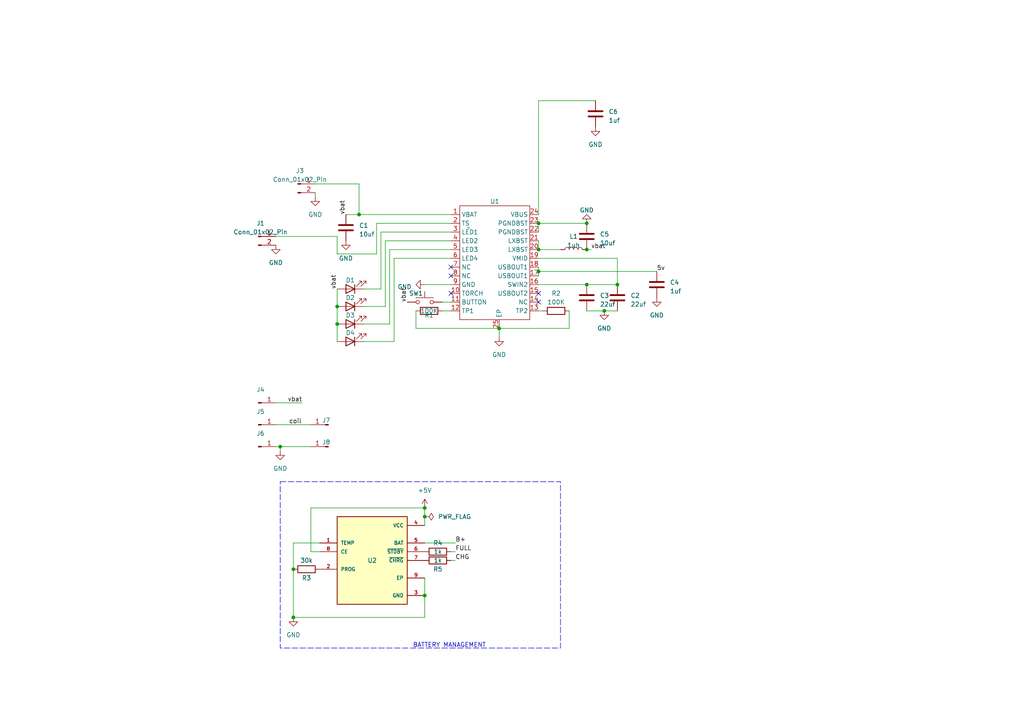
<source format=kicad_sch>
(kicad_sch (version 20230121) (generator eeschema)
  (paper "A4")
  (lib_symbols
    (symbol "1_sfxer symbols:IC_Battery_Management{colon}SOP-8_TP4056" (pin_names (offset 1.016))
      (property "Reference" "U" (at 0 16.51 0))
      (property "Value" "TP4056" (at 0 13.97 0))
      (symbol "IC_Battery_Management{colon}SOP-8_TP4056_0_0"
        (rectangle (start -10.16 -12.7) (end 10.16 12.7) (stroke (width 0.254)) (fill (type background)))
        (pin input line (at -15.24 5.08 0) (length 5.08) (name "TEMP") (number "1"))
        (pin bidirectional line (at -15.24 -2.54 0) (length 5.08) (name "PROG") (number "2"))
        (pin power_in line (at 15.24 -10.16 180) (length 5.08) (name "GND") (number "3"))
        (pin power_in line (at 15.24 10.16 180) (length 5.08) (name "VCC") (number "4"))
        (pin output line (at 15.24 5.08 180) (length 5.08) (name "BAT") (number "5"))
        (pin output line (at 15.24 2.54 180) (length 5.08) (name "~{STDBY}") (number "6"))
        (pin output line (at 15.24 0 180) (length 5.08) (name "~{CHRG}") (number "7"))
        (pin input line (at -15.24 2.54 0) (length 5.08) (name "CE") (number "8"))
        (pin passive line (at 15.24 -5.08 180) (length 5.08) (name "EP") (number "9"))
      )
    )
    (symbol "Connector:Conn_01x01_Pin" (pin_names (offset 1.016) hide)
      (property "Reference" "J" (at 0 2.54 0))
      (property "Value" "Conn_01x01_Pin" (at 0 -2.54 0))
      (symbol "Conn_01x01_Pin_1_1"
        (polyline (pts (xy 1.27 0) (xy 0.8636 0)) (stroke (width 0.1524)))
        (rectangle (start 0.8636 0.127) (end 0 -0.127) (stroke (width 0.1524)) (fill (type outline)))
        (pin passive line (at 5.08 0 180) (length 3.81) (name "Pin_1") (number "1"))
      )
    )
    (symbol "Connector:Conn_01x02_Pin" (pin_names (offset 1.016) hide)
      (property "Reference" "J" (at 0 2.54 0))
      (property "Value" "Conn_01x02_Pin" (at 0 -5.08 0))
      (symbol "Conn_01x02_Pin_1_1"
        (polyline (pts (xy 1.27 -2.54) (xy 0.8636 -2.54)) (stroke (width 0.1524)))
        (polyline (pts (xy 1.27 0) (xy 0.8636 0)) (stroke (width 0.1524)))
        (rectangle (start 0.8636 -2.413) (end 0 -2.667) (stroke (width 0.1524)) (fill (type outline)))
        (rectangle (start 0.8636 0.127) (end 0 -0.127) (stroke (width 0.1524)) (fill (type outline)))
        (pin passive line (at 5.08 0 180) (length 3.81) (name "Pin_1") (number "1"))
        (pin passive line (at 5.08 -2.54 180) (length 3.81) (name "Pin_2") (number "2"))
      )
    )
    (symbol "Device:C" (pin_numbers hide) (pin_names (offset 0.254))
      (property "Reference" "C" (at 0.635 2.54 0))
      (property "Value" "C" (at 0.635 -2.54 0))
      (symbol "C_0_1"
        (polyline (pts (xy -2.032 -0.762) (xy 2.032 -0.762)) (stroke (width 0.508)))
        (polyline (pts (xy -2.032 0.762) (xy 2.032 0.762)) (stroke (width 0.508)))
      )
      (symbol "C_1_1"
        (pin passive line (at 0 3.81 270) (length 2.794) (name "~") (number "1"))
        (pin passive line (at 0 -3.81 90) (length 2.794) (name "~") (number "2"))
      )
    )
    (symbol "Device:L" (pin_numbers hide) (pin_names (offset 1.016) hide)
      (property "Reference" "L" (at -1.27 0 90))
      (property "Value" "L" (at 1.905 0 90))
      (symbol "L_0_1"
        (arc (start 0 -2.54) (mid 0.6323 -1.905) (end 0 -1.27))
        (arc (start 0 -1.27) (mid 0.6323 -0.635) (end 0 0))
        (arc (start 0 0) (mid 0.6323 0.635) (end 0 1.27))
        (arc (start 0 1.27) (mid 0.6323 1.905) (end 0 2.54))
      )
      (symbol "L_1_1"
        (pin passive line (at 0 3.81 270) (length 1.27) (name "1") (number "1"))
        (pin passive line (at 0 -3.81 90) (length 1.27) (name "2") (number "2"))
      )
    )
    (symbol "Device:LED" (pin_numbers hide) (pin_names (offset 1.016) hide)
      (property "Reference" "D" (at 0 2.54 0))
      (property "Value" "LED" (at 0 -2.54 0))
      (symbol "LED_0_1"
        (polyline (pts (xy -1.27 -1.27) (xy -1.27 1.27)) (stroke (width 0.254)))
        (polyline (pts (xy -1.27 0) (xy 1.27 0)))
        (polyline (pts (xy 1.27 -1.27) (xy 1.27 1.27) (xy -1.27 0) (xy 1.27 -1.27)) (stroke (width 0.254)))
        (polyline (pts (xy -3.048 -0.762) (xy -4.572 -2.286) (xy -3.81 -2.286) (xy -4.572 -2.286) (xy -4.572 -1.524)))
        (polyline (pts (xy -1.778 -0.762) (xy -3.302 -2.286) (xy -2.54 -2.286) (xy -3.302 -2.286) (xy -3.302 -1.524)))
      )
      (symbol "LED_1_1"
        (pin passive line (at -3.81 0 0) (length 2.54) (name "K") (number "1"))
        (pin passive line (at 3.81 0 180) (length 2.54) (name "A") (number "2"))
      )
    )
    (symbol "Device:R" (pin_numbers hide) (pin_names (offset 0))
      (property "Reference" "R" (at 2.032 0 90))
      (property "Value" "R" (at 0 0 90))
      (symbol "R_0_1"
        (rectangle (start -1.016 -2.54) (end 1.016 2.54) (stroke (width 0.254)))
      )
      (symbol "R_1_1"
        (pin passive line (at 0 3.81 270) (length 1.27) (name "~") (number "1"))
        (pin passive line (at 0 -3.81 90) (length 1.27) (name "~") (number "2"))
      )
    )
    (symbol "Switch:SW_Push" (pin_numbers hide) (pin_names (offset 1.016) hide)
      (property "Reference" "SW" (at 1.27 2.54 0))
      (property "Value" "SW_Push" (at 0 -1.524 0))
      (symbol "SW_Push_0_1"
        (circle (center -2.032 0) (radius 0.508))
        (polyline (pts (xy 0 1.27) (xy 0 3.048)))
        (polyline (pts (xy 2.54 1.27) (xy -2.54 1.27)))
        (circle (center 2.032 0) (radius 0.508))
        (pin passive line (at -5.08 0 0) (length 2.54) (name "1") (number "1"))
        (pin passive line (at 5.08 0 180) (length 2.54) (name "2") (number "2"))
      )
    )
    (symbol "power:+5V" (power) (pin_names (offset 0))
      (property "Value" "+5V" (at 0 3.556 0))
      (symbol "+5V_0_1"
        (polyline (pts (xy -0.762 1.27) (xy 0 2.54)))
        (polyline (pts (xy 0 0) (xy 0 2.54)))
        (polyline (pts (xy 0 2.54) (xy 0.762 1.27)))
      )
      (symbol "+5V_1_1"
        (pin power_in line (at 0 0 90) (length 0) hide (name "+5V") (number "1"))
      )
    )
    (symbol "power:GND" (power) (pin_names (offset 0))
      (property "Value" "GND" (at 0 -3.81 0))
      (symbol "GND_0_1"
        (polyline (pts (xy 0 0) (xy 0 -1.27) (xy 1.27 -1.27) (xy 0 -2.54) (xy -1.27 -1.27) (xy 0 -1.27)))
      )
      (symbol "GND_1_1"
        (pin power_in line (at 0 0 270) (length 0) hide (name "GND") (number "1"))
      )
    )
    (symbol "power:PWR_FLAG" (power) (pin_numbers hide) (pin_names (offset 0) hide)
      (property "Value" "PWR_FLAG" (at 0 3.81 0))
      (symbol "PWR_FLAG_0_0"
        (pin power_out line (at 0 0 90) (length 0) (name "pwr") (number "1"))
      )
      (symbol "PWR_FLAG_0_1"
        (polyline (pts (xy 0 0) (xy 0 1.27) (xy -1.016 1.905) (xy 0 2.54) (xy 1.016 1.905) (xy 0 1.27)))
      )
    )
    (symbol "rt9480:rt9480"
      (property "Reference" "U" (at 6.35 -8.89 0))
      (symbol "rt9480_0_1"
        (rectangle (start -2.54 6.35) (end 17.78 -26.67))
      )
      (symbol "rt9480_1_1"
        (pin input line (at -5.08 3.81 0) (length 2.54) (name "VBAT") (number "1"))
        (pin input line (at -5.08 -19.05 0) (length 2.54) (name "TORCH") (number "10"))
        (pin input line (at -5.08 -21.59 0) (length 2.54) (name "BUTTON") (number "11"))
        (pin input line (at -5.08 -24.13 0) (length 2.54) (name "TP1") (number "12"))
        (pin input line (at 20.32 -24.13 180) (length 2.54) (name "TP2") (number "13"))
        (pin input line (at 20.32 -21.59 180) (length 2.54) (name "NC") (number "14"))
        (pin input line (at 20.32 -19.05 180) (length 2.54) (name "USBOUT2") (number "15"))
        (pin input line (at 20.32 -16.51 180) (length 2.54) (name "SWIN2") (number "16"))
        (pin input line (at 20.32 -13.97 180) (length 2.54) (name "USBOUT1") (number "17"))
        (pin input line (at 20.32 -11.43 180) (length 2.54) (name "USBOUT1") (number "18"))
        (pin input line (at 20.32 -8.89 180) (length 2.54) (name "VMID") (number "19"))
        (pin input line (at -5.08 1.27 0) (length 2.54) (name "TS") (number "2"))
        (pin input line (at 20.32 -6.35 180) (length 2.54) (name "LXBST") (number "20"))
        (pin input line (at 20.32 -3.81 180) (length 2.54) (name "LXBST") (number "21"))
        (pin input line (at 20.32 -1.27 180) (length 2.54) (name "PGNDBST") (number "22"))
        (pin input line (at 20.32 1.27 180) (length 2.54) (name "PGNDBST") (number "23"))
        (pin input line (at 20.32 3.81 180) (length 2.54) (name "VBUS") (number "24"))
        (pin input line (at 8.89 -29.21 90) (length 2.54) (name "EP") (number "25"))
        (pin input line (at -5.08 -1.27 0) (length 2.54) (name "LED1") (number "3"))
        (pin input line (at -5.08 -3.81 0) (length 2.54) (name "LED2") (number "4"))
        (pin input line (at -5.08 -6.35 0) (length 2.54) (name "LED3") (number "5"))
        (pin input line (at -5.08 -8.89 0) (length 2.54) (name "LED4") (number "6"))
        (pin input line (at -5.08 -11.43 0) (length 2.54) (name "NC") (number "7"))
        (pin input line (at -5.08 -13.97 0) (length 2.54) (name "NC") (number "8"))
        (pin input line (at -5.08 -16.51 0) (length 2.54) (name "GND") (number "9"))
      )
    )
  )
  (junction (at 144.78 95.25))
  (junction (at 179.07 82.55))
  (junction (at 170.18 82.55))
  (junction (at 97.79 93.98))
  (junction (at 170.18 72.39))
  (junction (at 85.09 165.1))
  (junction (at 156.21 72.39))
  (junction (at 104.14 62.23))
  (junction (at 156.21 64.77))
  (junction (at 156.21 78.74))
  (junction (at 81.28 129.54))
  (junction (at 97.79 88.9))
  (junction (at 170.18 64.77))
  (junction (at 123.19 149.86))
  (junction (at 123.19 147.32))
  (junction (at 85.09 179.07))
  (junction (at 123.19 172.72))
  (junction (at 175.26 90.17))
  (no_connect (at 130.81 85.09))
  (no_connect (at 130.81 77.47))
  (no_connect (at 156.21 85.09))
  (no_connect (at 130.81 80.01))
  (no_connect (at 156.21 87.63))
  (wire (pts (xy 104.14 53.34) (xy 104.14 62.23)))
  (wire (pts (xy 130.81 69.85) (xy 111.76 69.85)))
  (wire (pts (xy 156.21 77.47) (xy 156.21 78.74)))
  (wire (pts (xy 123.19 147.32) (xy 123.19 149.86)))
  (wire (pts (xy 170.18 82.55) (xy 179.07 82.55)))
  (wire (pts (xy 80.01 123.19) (xy 90.17 123.19)))
  (wire (pts (xy 104.14 62.23) (xy 130.81 62.23)))
  (wire (pts (xy 175.26 90.17) (xy 179.07 90.17)))
  (wire (pts (xy 111.76 88.9) (xy 105.41 88.9)))
  (wire (pts (xy 90.17 160.02) (xy 90.17 147.32)))
  (wire (pts (xy 156.21 64.77) (xy 156.21 67.31)))
  (wire (pts (xy 156.21 74.93) (xy 179.07 74.93)))
  (wire (pts (xy 156.21 78.74) (xy 156.21 80.01)))
  (wire (pts (xy 91.44 57.15) (xy 91.44 55.88)))
  (wire (pts (xy 144.78 95.25) (xy 165.1 95.25)))
  (wire (pts (xy 130.81 160.02) (xy 132.08 160.02)))
  (wire (pts (xy 120.65 90.17) (xy 120.65 95.25)))
  (wire (pts (xy 156.21 90.17) (xy 157.48 90.17)))
  (wire (pts (xy 179.07 74.93) (xy 179.07 82.55)))
  (wire (pts (xy 109.22 73.66) (xy 109.22 64.77)))
  (wire (pts (xy 144.78 97.79) (xy 144.78 95.25)))
  (wire (pts (xy 123.19 82.55) (xy 130.81 82.55)))
  (wire (pts (xy 90.17 160.02) (xy 92.71 160.02)))
  (wire (pts (xy 85.09 179.07) (xy 123.19 179.07)))
  (wire (pts (xy 132.08 157.48) (xy 123.19 157.48)))
  (wire (pts (xy 97.79 73.66) (xy 109.22 73.66)))
  (wire (pts (xy 111.76 69.85) (xy 111.76 88.9)))
  (wire (pts (xy 171.45 72.39) (xy 170.18 72.39)))
  (wire (pts (xy 81.28 129.54) (xy 81.28 130.81)))
  (wire (pts (xy 85.09 157.48) (xy 92.71 157.48)))
  (wire (pts (xy 113.03 93.98) (xy 105.41 93.98)))
  (wire (pts (xy 156.21 29.21) (xy 172.72 29.21)))
  (wire (pts (xy 91.44 53.34) (xy 104.14 53.34)))
  (wire (pts (xy 165.1 95.25) (xy 165.1 90.17)))
  (wire (pts (xy 97.79 68.58) (xy 97.79 73.66)))
  (wire (pts (xy 100.33 62.23) (xy 104.14 62.23)))
  (wire (pts (xy 123.19 149.86) (xy 123.19 152.4)))
  (wire (pts (xy 156.21 64.77) (xy 170.18 64.77)))
  (wire (pts (xy 130.81 162.56) (xy 132.08 162.56)))
  (wire (pts (xy 97.79 93.98) (xy 97.79 99.06)))
  (wire (pts (xy 110.49 83.82) (xy 105.41 83.82)))
  (wire (pts (xy 156.21 62.23) (xy 156.21 29.21)))
  (wire (pts (xy 105.41 99.06) (xy 114.3 99.06)))
  (wire (pts (xy 85.09 157.48) (xy 85.09 165.1)))
  (wire (pts (xy 81.28 129.54) (xy 90.17 129.54)))
  (wire (pts (xy 156.21 82.55) (xy 170.18 82.55)))
  (wire (pts (xy 85.09 165.1) (xy 85.09 179.07)))
  (wire (pts (xy 114.3 74.93) (xy 130.81 74.93)))
  (wire (pts (xy 128.27 87.63) (xy 130.81 87.63)))
  (wire (pts (xy 109.22 64.77) (xy 130.81 64.77)))
  (wire (pts (xy 87.63 116.84) (xy 80.01 116.84)))
  (wire (pts (xy 128.27 90.17) (xy 130.81 90.17)))
  (wire (pts (xy 97.79 88.9) (xy 97.79 93.98)))
  (wire (pts (xy 130.81 72.39) (xy 113.03 72.39)))
  (wire (pts (xy 114.3 99.06) (xy 114.3 74.93)))
  (wire (pts (xy 123.19 179.07) (xy 123.19 172.72)))
  (wire (pts (xy 80.01 129.54) (xy 81.28 129.54)))
  (wire (pts (xy 123.19 167.64) (xy 123.19 172.72)))
  (wire (pts (xy 113.03 72.39) (xy 113.03 93.98)))
  (wire (pts (xy 130.81 67.31) (xy 110.49 67.31)))
  (wire (pts (xy 80.01 68.58) (xy 97.79 68.58)))
  (wire (pts (xy 97.79 83.82) (xy 97.79 88.9)))
  (wire (pts (xy 156.21 72.39) (xy 162.56 72.39)))
  (wire (pts (xy 170.18 90.17) (xy 175.26 90.17)))
  (wire (pts (xy 156.21 69.85) (xy 156.21 72.39)))
  (wire (pts (xy 90.17 147.32) (xy 123.19 147.32)))
  (wire (pts (xy 110.49 67.31) (xy 110.49 83.82)))
  (wire (pts (xy 156.21 78.74) (xy 190.5 78.74)))
  (wire (pts (xy 120.65 95.25) (xy 144.78 95.25)))
  (rectangle (start 81.28 139.7) (end 162.56 187.96) (stroke (width 0) (type dash)))
  (text "BATTERY MANAGEMENT" (at 140.97 187.96 0) (effects (font (size 1.27 1.27)) (justify right bottom)))
  (label "vbat" (at 87.63 116.84 180))
  (label "vbat" (at 171.45 72.39 0))
  (label "vbat" (at 100.33 62.23 90))
  (label "vbat" (at 97.79 83.82 90))
  (label "vbat" (at 118.11 87.63 90))
  (label "FULL" (at 132.08 160.02 0))
  (label "5v" (at 190.5 78.74 0))
  (label "coil" (at 83.82 123.19 0))
  (label "CHG" (at 132.08 162.56 0))
  (label "B+" (at 132.08 157.48 0))
  (symbol (lib_id "power:GND") (at 123.19 82.55 270) (unit 1)
    (property "Reference" "#PWR04" (effects hide))
    (property "Value" "GND" (at 119.38 83.185 90) (effects (justify right)))
  )
  (symbol (lib_id "Switch:SW_Push") (at 123.19 87.63 0) (unit 1)
    (property "Reference" "SW1" (at 120.65 85.09 0))
    (property "Value" "SW_Push" (effects hide))
    (property "Footprint" "Button_Switch_SMD:SW_SPST_TL3342" (effects hide))
  )
  (symbol (lib_id "power:PWR_FLAG") (at 123.19 149.86 270) (unit 1)
    (property "Reference" "#FLG01" (effects hide))
    (property "Value" "PWR_FLAG" (at 127 149.86 90) (effects (justify left)))
  )
  (symbol (lib_id "Device:C") (at 170.18 68.58 0) (unit 1)
    (property "Reference" "C5" (at 173.99 67.945 0) (effects (justify left)))
    (property "Value" "10uf" (at 173.99 70.485 0) (effects (justify left)))
    (property "Footprint" "Capacitor_SMD:C_0402_1005Metric" (effects hide))
  )
  (symbol (lib_id "power:GND") (at 91.44 57.15 0) (unit 1)
    (property "Reference" "#PWR012" (effects hide))
    (property "Value" "GND" (at 91.44 62.23 0))
  )
  (symbol (lib_id "Device:C") (at 179.07 86.36 0) (unit 1)
    (property "Reference" "C2" (at 182.88 85.725 0) (effects (justify left)))
    (property "Value" "22uf" (at 182.88 88.265 0) (effects (justify left)))
    (property "Footprint" "Capacitor_SMD:C_0402_1005Metric" (effects hide))
  )
  (symbol (lib_id "Device:C") (at 170.18 86.36 0) (unit 1)
    (property "Reference" "C3" (at 173.99 85.725 0) (effects (justify left)))
    (property "Value" "22uf" (at 173.99 88.265 0) (effects (justify left)))
    (property "Footprint" "Capacitor_SMD:C_0402_1005Metric" (effects hide))
  )
  (symbol (lib_id "1_sfxer symbols:IC_Battery_Management{colon}SOP-8_TP4056") (at 107.95 162.56 0) (unit 1)
    (property "Reference" "U2" (at 107.95 162.56 0))
    (property "Value" "TP4056" (effects hide))
    (property "Footprint" "Package_SO:SOIC-8-1EP_3.9x4.9mm_P1.27mm_EP2.41x3.3mm_ThermalVias" (effects hide))
    (property "Datasheet" "https://datasheet.lcsc.com/lcsc/2212121530_TECH-PUBLIC-TP4056_C5311018.pdf" (effects hide))
    (property "MPN" "TP4056" (effects hide))
    (property "LCSC PN" "C5311018" (effects hide))
  )
  (symbol (lib_id "Connector:Conn_01x01_Pin") (at 95.25 123.19 180) (unit 1)
    (property "Reference" "J7" (at 94.615 121.92 0))
    (property "Value" "Conn_01x01_Pin" (effects hide))
    (property "Footprint" "Connector_Pin:Pin_D1.0mm_L10.0mm_LooseFit" (effects hide))
  )
  (symbol (lib_id "power:GND") (at 175.26 90.17 0) (unit 1)
    (property "Reference" "#PWR03" (effects hide))
    (property "Value" "GND" (at 175.26 95.25 0))
  )
  (symbol (lib_id "power:GND") (at 144.78 97.79 0) (unit 1)
    (property "Reference" "#PWR01" (effects hide))
    (property "Value" "GND" (at 144.78 102.87 0))
  )
  (symbol (lib_id "Device:R") (at 127 160.02 90) (unit 1)
    (property "Reference" "R4" (at 127 157.48 90))
    (property "Value" "1k" (at 127 160.02 90))
    (property "Footprint" "Resistor_SMD:R_0603_1608Metric" (effects hide))
  )
  (symbol (lib_id "Device:R") (at 88.9 165.1 90) (unit 1)
    (property "Reference" "R3" (at 88.9 167.64 90))
    (property "Value" "30k" (at 88.9 162.56 90))
    (property "Footprint" "Resistor_SMD:R_0603_1608Metric" (effects hide))
  )
  (symbol (lib_id "Connector:Conn_01x02_Pin") (at 86.36 53.34 0) (unit 1)
    (property "Reference" "J3" (at 86.995 49.53 0))
    (property "Value" "Conn_01x02_Pin" (at 86.995 52.07 0))
    (property "Footprint" "Connector_PinHeader_2.00mm:PinHeader_1x02_P2.00mm_Vertical" (effects hide))
  )
  (symbol (lib_id "Device:C") (at 100.33 66.04 0) (unit 1)
    (property "Reference" "C1" (at 104.14 65.405 0) (effects (justify left)))
    (property "Value" "10uf" (at 104.14 67.945 0) (effects (justify left)))
    (property "Footprint" "Capacitor_SMD:C_0402_1005Metric" (effects hide))
  )
  (symbol (lib_id "Device:R") (at 161.29 90.17 90) (unit 1)
    (property "Reference" "R2" (at 161.29 85.09 90))
    (property "Value" "100K" (at 161.29 87.63 90))
    (property "Footprint" "Resistor_SMD:R_0402_1005Metric" (effects hide))
  )
  (symbol (lib_id "Device:LED") (at 101.6 83.82 180) (unit 1)
    (property "Reference" "D1" (at 101.6 81.28 0))
    (property "Value" "LED" (effects hide))
    (property "Footprint" "LED_SMD:LED_0402_1005Metric" (effects hide))
  )
  (symbol (lib_id "Device:LED") (at 101.6 93.98 180) (unit 1)
    (property "Reference" "D3" (at 101.6 91.44 0))
    (property "Value" "LED" (effects hide))
    (property "Footprint" "LED_SMD:LED_0402_1005Metric" (effects hide))
  )
  (symbol (lib_id "Device:L") (at 166.37 72.39 90) (unit 1)
    (property "Reference" "L1" (at 166.37 68.58 90))
    (property "Value" "1uh" (at 166.37 71.12 90))
    (property "Footprint" "1_sfxer footprints:INDUCTOR - SUNLORD - WPN252012H1R0MT" (effects hide))
    (property "Datasheet" "https://datasheet.lcsc.com/lcsc/2110091730_Sunlord-WPN252012H1R0MT_C98348.pdf" (effects hide))
  )
  (symbol (lib_id "Connector:Conn_01x01_Pin") (at 74.93 129.54 0) (unit 1)
    (property "Reference" "J6" (at 75.565 125.73 0))
    (property "Value" "Conn_01x01_Pin" (effects hide))
    (property "Footprint" "Connector_Pin:Pin_D1.0mm_L10.0mm_LooseFit" (effects hide))
  )
  (symbol (lib_id "power:GND") (at 85.09 179.07 0) (unit 1)
    (property "Reference" "#PWR08" (effects hide))
    (property "Value" "GND" (at 85.09 184.15 0))
  )
  (symbol (lib_id "Connector:Conn_01x01_Pin") (at 74.93 116.84 0) (unit 1)
    (property "Reference" "J4" (at 75.565 113.03 0))
    (property "Value" "Conn_01x01_Pin" (effects hide))
    (property "Footprint" "Connector_Pin:Pin_D1.0mm_L10.0mm_LooseFit" (effects hide))
  )
  (symbol (lib_id "Device:C") (at 172.72 33.02 0) (unit 1)
    (property "Reference" "C6" (at 176.53 32.385 0) (effects (justify left)))
    (property "Value" "1uf" (at 176.53 34.925 0) (effects (justify left)))
    (property "Footprint" "Capacitor_SMD:C_0402_1005Metric" (effects hide))
  )
  (symbol (lib_id "power:GND") (at 172.72 36.83 0) (unit 1)
    (property "Reference" "#PWR011" (effects hide))
    (property "Value" "GND" (at 172.72 41.91 0))
  )
  (symbol (lib_id "power:+5V") (at 123.19 147.32 0) (unit 1)
    (property "Reference" "#PWR09" (effects hide))
    (property "Value" "+5V" (at 123.19 142.24 0))
  )
  (symbol (lib_id "Connector:Conn_01x01_Pin") (at 74.93 123.19 0) (unit 1)
    (property "Reference" "J5" (at 75.565 119.38 0))
    (property "Value" "Conn_01x01_Pin" (effects hide))
    (property "Footprint" "Connector_Pin:Pin_D1.0mm_L10.0mm_LooseFit" (effects hide))
  )
  (symbol (lib_id "power:GND") (at 170.18 64.77 180) (unit 1)
    (property "Reference" "#PWR06" (effects hide))
    (property "Value" "GND" (at 170.18 60.96 0))
  )
  (symbol (lib_id "Device:R") (at 127 162.56 90) (unit 1)
    (property "Reference" "R5" (at 127 165.1 90))
    (property "Value" "1k" (at 127 162.56 90))
    (property "Footprint" "Resistor_SMD:R_0603_1608Metric" (effects hide))
  )
  (symbol (lib_id "Connector:Conn_01x02_Pin") (at 74.93 68.58 0) (unit 1)
    (property "Reference" "J1" (at 75.565 64.77 0))
    (property "Value" "Conn_01x02_Pin" (at 75.565 67.31 0))
    (property "Footprint" "Connector_PinHeader_2.00mm:PinHeader_1x02_P2.00mm_Vertical" (effects hide))
  )
  (symbol (lib_id "power:GND") (at 80.01 71.12 0) (unit 1)
    (property "Reference" "#PWR07" (effects hide))
    (property "Value" "GND" (at 80.01 76.2 0))
  )
  (symbol (lib_id "power:GND") (at 81.28 130.81 0) (unit 1)
    (property "Reference" "#PWR013" (effects hide))
    (property "Value" "GND" (at 81.28 135.89 0))
  )
  (symbol (lib_id "Device:R") (at 124.46 90.17 90) (unit 1)
    (property "Reference" "R1" (at 124.46 91.44 90))
    (property "Value" "100K" (at 124.46 90.17 90))
    (property "Footprint" "Resistor_SMD:R_0402_1005Metric" (effects hide))
    (property "Datasheet" "  (symbol \"Device:R\" (pin_numbers hide) (pin_names (offset 0)) (in_bom yes) (on_board yes)" (effects hide))
  )
  (symbol (lib_id "Connector:Conn_01x01_Pin") (at 95.25 129.54 180) (unit 1)
    (property "Reference" "J8" (at 94.615 128.27 0))
    (property "Value" "Conn_01x01_Pin" (effects hide))
    (property "Footprint" "Connector_Pin:Pin_D1.0mm_L10.0mm_LooseFit" (effects hide))
  )
  (symbol (lib_id "Device:C") (at 190.5 82.55 0) (unit 1)
    (property "Reference" "C4" (at 194.31 81.915 0) (effects (justify left)))
    (property "Value" "1uf" (at 194.31 84.455 0) (effects (justify left)))
    (property "Footprint" "Capacitor_SMD:C_0402_1005Metric" (effects hide))
  )
  (symbol (lib_id "rt9480:rt9480") (at 135.89 66.04 0) (unit 1)
    (property "Reference" "U1" (at 143.51 58.42 0))
    (property "Value" "~" (at 135.89 66.04 0))
    (property "Footprint" "Package_DFN_QFN:WQFN-24-1EP_4x4mm_P0.5mm_EP2.6x2.6mm_ThermalVias" (effects hide))
  )
  (symbol (lib_id "Device:LED") (at 101.6 99.06 180) (unit 1)
    (property "Reference" "D4" (at 101.6 96.52 0))
    (property "Value" "LED" (effects hide))
    (property "Footprint" "LED_SMD:LED_0402_1005Metric" (effects hide))
  )
  (symbol (lib_id "Device:LED") (at 101.6 88.9 180) (unit 1)
    (property "Reference" "D2" (at 101.6 86.36 0))
    (property "Value" "LED" (effects hide))
    (property "Footprint" "LED_SMD:LED_0402_1005Metric" (effects hide))
  )
  (symbol (lib_id "power:GND") (at 100.33 69.85 0) (unit 1)
    (property "Reference" "#PWR02" (effects hide))
    (property "Value" "GND" (at 100.33 74.93 0))
  )
  (symbol (lib_id "power:GND") (at 190.5 86.36 0) (unit 1)
    (property "Reference" "#PWR05" (effects hide))
    (property "Value" "GND" (at 190.5 91.44 0))
  )
)
</source>
